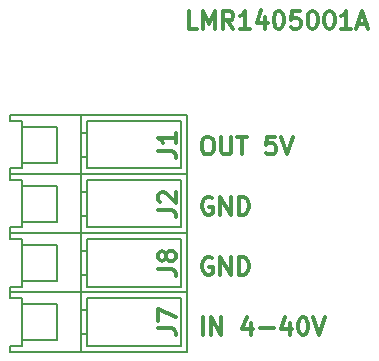
<source format=gbr>
G04 #@! TF.GenerationSoftware,KiCad,Pcbnew,(2017-08-08 revision 53204e097)-makepkg*
G04 #@! TF.CreationDate,2017-11-28T10:39:20+01:00*
G04 #@! TF.ProjectId,LMR1405001A,4C4D5231343035303031412E6B696361,rev?*
G04 #@! TF.SameCoordinates,Original*
G04 #@! TF.FileFunction,Legend,Top*
G04 #@! TF.FilePolarity,Positive*
%FSLAX46Y46*%
G04 Gerber Fmt 4.6, Leading zero omitted, Abs format (unit mm)*
G04 Created by KiCad (PCBNEW (2017-08-08 revision 53204e097)-makepkg) date 11/28/17 10:39:20*
%MOMM*%
%LPD*%
G01*
G04 APERTURE LIST*
%ADD10C,0.300000*%
%ADD11C,0.150000*%
%ADD12C,0.304800*%
G04 APERTURE END LIST*
D10*
X116658285Y-80180571D02*
X115944000Y-80180571D01*
X115944000Y-78680571D01*
X117158285Y-80180571D02*
X117158285Y-78680571D01*
X117658285Y-79752000D01*
X118158285Y-78680571D01*
X118158285Y-80180571D01*
X119729714Y-80180571D02*
X119229714Y-79466285D01*
X118872571Y-80180571D02*
X118872571Y-78680571D01*
X119444000Y-78680571D01*
X119586857Y-78752000D01*
X119658285Y-78823428D01*
X119729714Y-78966285D01*
X119729714Y-79180571D01*
X119658285Y-79323428D01*
X119586857Y-79394857D01*
X119444000Y-79466285D01*
X118872571Y-79466285D01*
X121158285Y-80180571D02*
X120301142Y-80180571D01*
X120729714Y-80180571D02*
X120729714Y-78680571D01*
X120586857Y-78894857D01*
X120444000Y-79037714D01*
X120301142Y-79109142D01*
X122444000Y-79180571D02*
X122444000Y-80180571D01*
X122086857Y-78609142D02*
X121729714Y-79680571D01*
X122658285Y-79680571D01*
X123515428Y-78680571D02*
X123658285Y-78680571D01*
X123801142Y-78752000D01*
X123872571Y-78823428D01*
X123944000Y-78966285D01*
X124015428Y-79252000D01*
X124015428Y-79609142D01*
X123944000Y-79894857D01*
X123872571Y-80037714D01*
X123801142Y-80109142D01*
X123658285Y-80180571D01*
X123515428Y-80180571D01*
X123372571Y-80109142D01*
X123301142Y-80037714D01*
X123229714Y-79894857D01*
X123158285Y-79609142D01*
X123158285Y-79252000D01*
X123229714Y-78966285D01*
X123301142Y-78823428D01*
X123372571Y-78752000D01*
X123515428Y-78680571D01*
X125372571Y-78680571D02*
X124658285Y-78680571D01*
X124586857Y-79394857D01*
X124658285Y-79323428D01*
X124801142Y-79252000D01*
X125158285Y-79252000D01*
X125301142Y-79323428D01*
X125372571Y-79394857D01*
X125444000Y-79537714D01*
X125444000Y-79894857D01*
X125372571Y-80037714D01*
X125301142Y-80109142D01*
X125158285Y-80180571D01*
X124801142Y-80180571D01*
X124658285Y-80109142D01*
X124586857Y-80037714D01*
X126372571Y-78680571D02*
X126515428Y-78680571D01*
X126658285Y-78752000D01*
X126729714Y-78823428D01*
X126801142Y-78966285D01*
X126872571Y-79252000D01*
X126872571Y-79609142D01*
X126801142Y-79894857D01*
X126729714Y-80037714D01*
X126658285Y-80109142D01*
X126515428Y-80180571D01*
X126372571Y-80180571D01*
X126229714Y-80109142D01*
X126158285Y-80037714D01*
X126086857Y-79894857D01*
X126015428Y-79609142D01*
X126015428Y-79252000D01*
X126086857Y-78966285D01*
X126158285Y-78823428D01*
X126229714Y-78752000D01*
X126372571Y-78680571D01*
X127801142Y-78680571D02*
X127944000Y-78680571D01*
X128086857Y-78752000D01*
X128158285Y-78823428D01*
X128229714Y-78966285D01*
X128301142Y-79252000D01*
X128301142Y-79609142D01*
X128229714Y-79894857D01*
X128158285Y-80037714D01*
X128086857Y-80109142D01*
X127944000Y-80180571D01*
X127801142Y-80180571D01*
X127658285Y-80109142D01*
X127586857Y-80037714D01*
X127515428Y-79894857D01*
X127444000Y-79609142D01*
X127444000Y-79252000D01*
X127515428Y-78966285D01*
X127586857Y-78823428D01*
X127658285Y-78752000D01*
X127801142Y-78680571D01*
X129729714Y-80180571D02*
X128872571Y-80180571D01*
X129301142Y-80180571D02*
X129301142Y-78680571D01*
X129158285Y-78894857D01*
X129015428Y-79037714D01*
X128872571Y-79109142D01*
X130301142Y-79752000D02*
X131015428Y-79752000D01*
X130158285Y-80180571D02*
X130658285Y-78680571D01*
X131158285Y-80180571D01*
X117423857Y-89318571D02*
X117709571Y-89318571D01*
X117852428Y-89390000D01*
X117995285Y-89532857D01*
X118066714Y-89818571D01*
X118066714Y-90318571D01*
X117995285Y-90604285D01*
X117852428Y-90747142D01*
X117709571Y-90818571D01*
X117423857Y-90818571D01*
X117281000Y-90747142D01*
X117138142Y-90604285D01*
X117066714Y-90318571D01*
X117066714Y-89818571D01*
X117138142Y-89532857D01*
X117281000Y-89390000D01*
X117423857Y-89318571D01*
X118709571Y-89318571D02*
X118709571Y-90532857D01*
X118781000Y-90675714D01*
X118852428Y-90747142D01*
X118995285Y-90818571D01*
X119281000Y-90818571D01*
X119423857Y-90747142D01*
X119495285Y-90675714D01*
X119566714Y-90532857D01*
X119566714Y-89318571D01*
X120066714Y-89318571D02*
X120923857Y-89318571D01*
X120495285Y-90818571D02*
X120495285Y-89318571D01*
X123281000Y-89318571D02*
X122566714Y-89318571D01*
X122495285Y-90032857D01*
X122566714Y-89961428D01*
X122709571Y-89890000D01*
X123066714Y-89890000D01*
X123209571Y-89961428D01*
X123281000Y-90032857D01*
X123352428Y-90175714D01*
X123352428Y-90532857D01*
X123281000Y-90675714D01*
X123209571Y-90747142D01*
X123066714Y-90818571D01*
X122709571Y-90818571D01*
X122566714Y-90747142D01*
X122495285Y-90675714D01*
X123781000Y-89318571D02*
X124281000Y-90818571D01*
X124781000Y-89318571D01*
X117923857Y-94490000D02*
X117781000Y-94418571D01*
X117566714Y-94418571D01*
X117352428Y-94490000D01*
X117209571Y-94632857D01*
X117138142Y-94775714D01*
X117066714Y-95061428D01*
X117066714Y-95275714D01*
X117138142Y-95561428D01*
X117209571Y-95704285D01*
X117352428Y-95847142D01*
X117566714Y-95918571D01*
X117709571Y-95918571D01*
X117923857Y-95847142D01*
X117995285Y-95775714D01*
X117995285Y-95275714D01*
X117709571Y-95275714D01*
X118638142Y-95918571D02*
X118638142Y-94418571D01*
X119495285Y-95918571D01*
X119495285Y-94418571D01*
X120209571Y-95918571D02*
X120209571Y-94418571D01*
X120566714Y-94418571D01*
X120781000Y-94490000D01*
X120923857Y-94632857D01*
X120995285Y-94775714D01*
X121066714Y-95061428D01*
X121066714Y-95275714D01*
X120995285Y-95561428D01*
X120923857Y-95704285D01*
X120781000Y-95847142D01*
X120566714Y-95918571D01*
X120209571Y-95918571D01*
X117923857Y-99590000D02*
X117781000Y-99518571D01*
X117566714Y-99518571D01*
X117352428Y-99590000D01*
X117209571Y-99732857D01*
X117138142Y-99875714D01*
X117066714Y-100161428D01*
X117066714Y-100375714D01*
X117138142Y-100661428D01*
X117209571Y-100804285D01*
X117352428Y-100947142D01*
X117566714Y-101018571D01*
X117709571Y-101018571D01*
X117923857Y-100947142D01*
X117995285Y-100875714D01*
X117995285Y-100375714D01*
X117709571Y-100375714D01*
X118638142Y-101018571D02*
X118638142Y-99518571D01*
X119495285Y-101018571D01*
X119495285Y-99518571D01*
X120209571Y-101018571D02*
X120209571Y-99518571D01*
X120566714Y-99518571D01*
X120781000Y-99590000D01*
X120923857Y-99732857D01*
X120995285Y-99875714D01*
X121066714Y-100161428D01*
X121066714Y-100375714D01*
X120995285Y-100661428D01*
X120923857Y-100804285D01*
X120781000Y-100947142D01*
X120566714Y-101018571D01*
X120209571Y-101018571D01*
X117138142Y-106118571D02*
X117138142Y-104618571D01*
X117852428Y-106118571D02*
X117852428Y-104618571D01*
X118709571Y-106118571D01*
X118709571Y-104618571D01*
X121209571Y-105118571D02*
X121209571Y-106118571D01*
X120852428Y-104547142D02*
X120495285Y-105618571D01*
X121423857Y-105618571D01*
X121995285Y-105547142D02*
X123138142Y-105547142D01*
X124495285Y-105118571D02*
X124495285Y-106118571D01*
X124138142Y-104547142D02*
X123781000Y-105618571D01*
X124709571Y-105618571D01*
X125566714Y-104618571D02*
X125709571Y-104618571D01*
X125852428Y-104690000D01*
X125923857Y-104761428D01*
X125995285Y-104904285D01*
X126066714Y-105190000D01*
X126066714Y-105547142D01*
X125995285Y-105832857D01*
X125923857Y-105975714D01*
X125852428Y-106047142D01*
X125709571Y-106118571D01*
X125566714Y-106118571D01*
X125423857Y-106047142D01*
X125352428Y-105975714D01*
X125281000Y-105832857D01*
X125209571Y-105547142D01*
X125209571Y-105190000D01*
X125281000Y-104904285D01*
X125352428Y-104761428D01*
X125423857Y-104690000D01*
X125566714Y-104618571D01*
X126495285Y-104618571D02*
X126995285Y-106118571D01*
X127495285Y-104618571D01*
D11*
X115822912Y-92503600D02*
X106822912Y-92503600D01*
X106822912Y-87503600D02*
X115822912Y-87503600D01*
X106822912Y-92503600D02*
X100822912Y-92503600D01*
X115323012Y-92003600D02*
X107323012Y-92003600D01*
X104822912Y-91503600D02*
X101822912Y-91503600D01*
X106822912Y-87503600D02*
X100822912Y-87503600D01*
X115323012Y-88003600D02*
X107323012Y-88003600D01*
X104822912Y-88503600D02*
X101822912Y-88503600D01*
X101822912Y-92003600D02*
X100822912Y-92003600D01*
X107323012Y-91003600D02*
X106822912Y-91003600D01*
X101822912Y-88003600D02*
X100822912Y-88003600D01*
X107323012Y-89003600D02*
X106822912Y-89003600D01*
X115323012Y-88003600D02*
X115323012Y-92003600D01*
X107323012Y-92003600D02*
X107323012Y-88003600D01*
X104822912Y-88503500D02*
X104822912Y-91503700D01*
X101822912Y-92003600D02*
X101822912Y-88003600D01*
X115822912Y-87503500D02*
X115822912Y-92503700D01*
X106822912Y-87503500D02*
X106822912Y-92503700D01*
X100822912Y-92003600D02*
X100822912Y-92503600D01*
X100822912Y-87503600D02*
X100822912Y-88003600D01*
X100822912Y-92503600D02*
X100822912Y-93003600D01*
X100822912Y-97003600D02*
X100822912Y-97503600D01*
X106822912Y-92503500D02*
X106822912Y-97503700D01*
X115822912Y-92503500D02*
X115822912Y-97503700D01*
X101822912Y-97003600D02*
X101822912Y-93003600D01*
X104822912Y-93503500D02*
X104822912Y-96503700D01*
X107323012Y-97003600D02*
X107323012Y-93003600D01*
X115323012Y-93003600D02*
X115323012Y-97003600D01*
X107323012Y-94003600D02*
X106822912Y-94003600D01*
X101822912Y-93003600D02*
X100822912Y-93003600D01*
X107323012Y-96003600D02*
X106822912Y-96003600D01*
X101822912Y-97003600D02*
X100822912Y-97003600D01*
X104822912Y-93503600D02*
X101822912Y-93503600D01*
X115323012Y-93003600D02*
X107323012Y-93003600D01*
X106822912Y-92503600D02*
X100822912Y-92503600D01*
X104822912Y-96503600D02*
X101822912Y-96503600D01*
X115323012Y-97003600D02*
X107323012Y-97003600D01*
X106822912Y-97503600D02*
X100822912Y-97503600D01*
X106822912Y-92503600D02*
X115822912Y-92503600D01*
X115822912Y-97503600D02*
X106822912Y-97503600D01*
X115816400Y-107503600D02*
X106816400Y-107503600D01*
X106816400Y-102503600D02*
X115816400Y-102503600D01*
X106816400Y-107503600D02*
X100816400Y-107503600D01*
X115316500Y-107003600D02*
X107316500Y-107003600D01*
X104816400Y-106503600D02*
X101816400Y-106503600D01*
X106816400Y-102503600D02*
X100816400Y-102503600D01*
X115316500Y-103003600D02*
X107316500Y-103003600D01*
X104816400Y-103503600D02*
X101816400Y-103503600D01*
X101816400Y-107003600D02*
X100816400Y-107003600D01*
X107316500Y-106003600D02*
X106816400Y-106003600D01*
X101816400Y-103003600D02*
X100816400Y-103003600D01*
X107316500Y-104003600D02*
X106816400Y-104003600D01*
X115316500Y-103003600D02*
X115316500Y-107003600D01*
X107316500Y-107003600D02*
X107316500Y-103003600D01*
X104816400Y-103503500D02*
X104816400Y-106503700D01*
X101816400Y-107003600D02*
X101816400Y-103003600D01*
X115816400Y-102503500D02*
X115816400Y-107503700D01*
X106816400Y-102503500D02*
X106816400Y-107503700D01*
X100816400Y-107003600D02*
X100816400Y-107503600D01*
X100816400Y-102503600D02*
X100816400Y-103003600D01*
X100822912Y-97503600D02*
X100822912Y-98003600D01*
X100822912Y-102003600D02*
X100822912Y-102503600D01*
X106822912Y-97503500D02*
X106822912Y-102503700D01*
X115822912Y-97503500D02*
X115822912Y-102503700D01*
X101822912Y-102003600D02*
X101822912Y-98003600D01*
X104822912Y-98503500D02*
X104822912Y-101503700D01*
X107323012Y-102003600D02*
X107323012Y-98003600D01*
X115323012Y-98003600D02*
X115323012Y-102003600D01*
X107323012Y-99003600D02*
X106822912Y-99003600D01*
X101822912Y-98003600D02*
X100822912Y-98003600D01*
X107323012Y-101003600D02*
X106822912Y-101003600D01*
X101822912Y-102003600D02*
X100822912Y-102003600D01*
X104822912Y-98503600D02*
X101822912Y-98503600D01*
X115323012Y-98003600D02*
X107323012Y-98003600D01*
X106822912Y-97503600D02*
X100822912Y-97503600D01*
X104822912Y-101503600D02*
X101822912Y-101503600D01*
X115323012Y-102003600D02*
X107323012Y-102003600D01*
X106822912Y-102503600D02*
X100822912Y-102503600D01*
X106822912Y-97503600D02*
X115822912Y-97503600D01*
X115822912Y-102503600D02*
X106822912Y-102503600D01*
D12*
X113370340Y-90511600D02*
X114458912Y-90511600D01*
X114676626Y-90584171D01*
X114821769Y-90729314D01*
X114894340Y-90947028D01*
X114894340Y-91092171D01*
X114894340Y-88987600D02*
X114894340Y-89858457D01*
X114894340Y-89423028D02*
X113370340Y-89423028D01*
X113588054Y-89568171D01*
X113733197Y-89713314D01*
X113805769Y-89858457D01*
X113370340Y-95511600D02*
X114458912Y-95511600D01*
X114676626Y-95584171D01*
X114821769Y-95729314D01*
X114894340Y-95947028D01*
X114894340Y-96092171D01*
X113515483Y-94858457D02*
X113442912Y-94785885D01*
X113370340Y-94640742D01*
X113370340Y-94277885D01*
X113442912Y-94132742D01*
X113515483Y-94060171D01*
X113660626Y-93987600D01*
X113805769Y-93987600D01*
X114023483Y-94060171D01*
X114894340Y-94931028D01*
X114894340Y-93987600D01*
X113363828Y-105511600D02*
X114452400Y-105511600D01*
X114670114Y-105584171D01*
X114815257Y-105729314D01*
X114887828Y-105947028D01*
X114887828Y-106092171D01*
X113363828Y-104931028D02*
X113363828Y-103915028D01*
X114887828Y-104568171D01*
X113370340Y-100511600D02*
X114458912Y-100511600D01*
X114676626Y-100584171D01*
X114821769Y-100729314D01*
X114894340Y-100947028D01*
X114894340Y-101092171D01*
X114023483Y-99568171D02*
X113950912Y-99713314D01*
X113878340Y-99785885D01*
X113733197Y-99858457D01*
X113660626Y-99858457D01*
X113515483Y-99785885D01*
X113442912Y-99713314D01*
X113370340Y-99568171D01*
X113370340Y-99277885D01*
X113442912Y-99132742D01*
X113515483Y-99060171D01*
X113660626Y-98987600D01*
X113733197Y-98987600D01*
X113878340Y-99060171D01*
X113950912Y-99132742D01*
X114023483Y-99277885D01*
X114023483Y-99568171D01*
X114096054Y-99713314D01*
X114168626Y-99785885D01*
X114313769Y-99858457D01*
X114604054Y-99858457D01*
X114749197Y-99785885D01*
X114821769Y-99713314D01*
X114894340Y-99568171D01*
X114894340Y-99277885D01*
X114821769Y-99132742D01*
X114749197Y-99060171D01*
X114604054Y-98987600D01*
X114313769Y-98987600D01*
X114168626Y-99060171D01*
X114096054Y-99132742D01*
X114023483Y-99277885D01*
M02*

</source>
